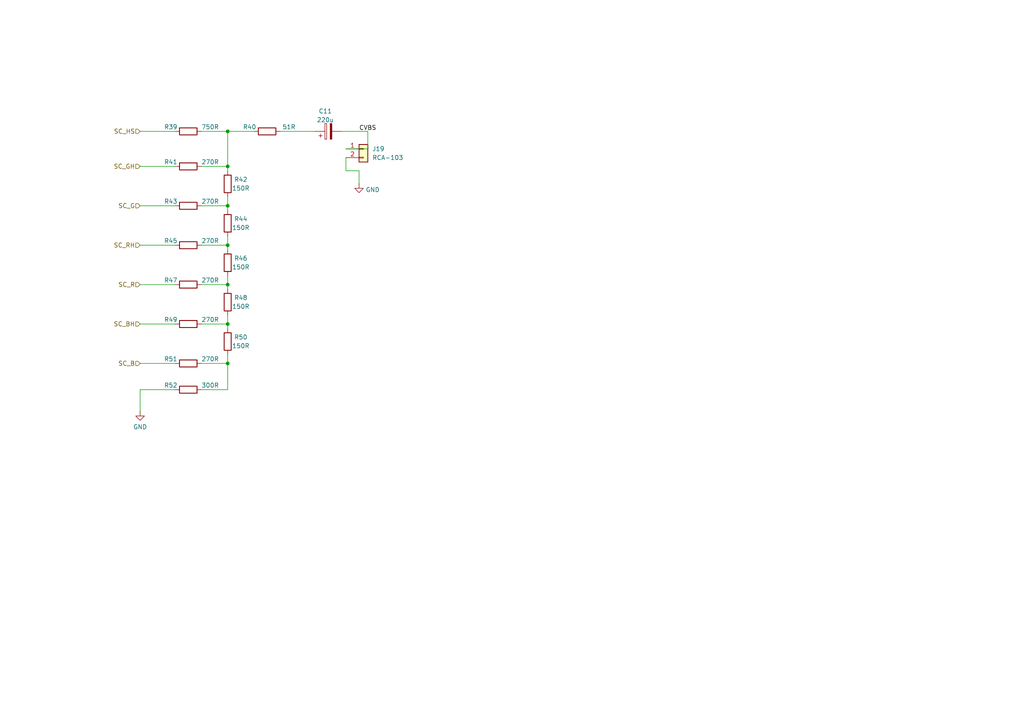
<source format=kicad_sch>
(kicad_sch (version 20250114) (generator "eeschema") (generator_version "9.0")
  (paper "A4")
  (title_block (title "TurboFRANK") (date "2025-04-04") (rev "1.05") (company "Mikhail Matveev") (comment 1 "https://github.com/xtremespb/frank"))
  (lib_symbols
    (symbol "Connector_Generic:Conn_01x02" (pin_names (offset 1.016) (hide yes))
      (property "Reference" "J" (at 0 2.54 0))
      (property "Value" "Conn_01x02" (at 0 -5.08 0))
      (symbol "Conn_01x02_1_1"
        (rectangle (start -1.27 1.27) (end 1.27 -3.81) (stroke (width 0.254)) (fill (type background)))
        (rectangle (start -1.27 0.127) (end 0 -0.127) (stroke (width 0.1524)))
        (rectangle (start -1.27 -2.413) (end 0 -2.667) (stroke (width 0.1524)))
        (pin passive line (at -5.08 0 0) (length 3.81) (name "Pin_1") (number "1"))
        (pin passive line (at -5.08 -2.54 0) (length 3.81) (name "Pin_2") (number "2"))
      )
    )
    (symbol "Device:C_Polarized" (pin_numbers (hide yes)) (pin_names (offset 0.254))
      (property "Reference" "C" (at 0.635 2.54 0))
      (property "Value" "C_Polarized" (at 0.635 -2.54 0))
      (symbol "C_Polarized_0_1"
        (rectangle (start -2.286 0.508) (end 2.286 1.016))
        (polyline (pts (xy -1.778 2.286) (xy -0.762 2.286)))
        (polyline (pts (xy -1.27 2.794) (xy -1.27 1.778)))
        (rectangle (start 2.286 -0.508) (end -2.286 -1.016) (fill (type outline)))
      )
      (symbol "C_Polarized_1_1"
        (pin passive line (at 0 3.81 270) (length 2.794) (name "~") (number "1"))
        (pin passive line (at 0 -3.81 90) (length 2.794) (name "~") (number "2"))
      )
    )
    (symbol "Device:R" (pin_numbers (hide yes)) (pin_names (offset 0))
      (property "Reference" "R" (at 2.032 0 90))
      (property "Value" "R" (at 0 0 90))
      (symbol "R_0_1"
        (rectangle (start -1.016 -2.54) (end 1.016 2.54) (stroke (width 0.254)))
      )
      (symbol "R_1_1"
        (pin passive line (at 0 3.81 270) (length 1.27) (name "~") (number "1"))
        (pin passive line (at 0 -3.81 90) (length 1.27) (name "~") (number "2"))
      )
    )
    (symbol "GND_1" (power) (pin_numbers (hide yes)) (pin_names (offset 0) (hide yes))
      (property "Value" "GND" (at 0 -3.81 0))
      (symbol "GND_1_0_1"
        (polyline (pts (xy 0 0) (xy 0 -1.27) (xy 1.27 -1.27) (xy 0 -2.54) (xy -1.27 -1.27) (xy 0 -1.27)))
      )
      (symbol "GND_1_1_1"
        (pin power_in line (at 0 0 270) (length 0) (name "~") (number "1"))
      )
    )
    (symbol "power:GND" (power) (pin_numbers (hide yes)) (pin_names (offset 0) (hide yes))
      (property "Value" "GND" (at 0 -3.81 0))
      (symbol "GND_0_1"
        (polyline (pts (xy 0 0) (xy 0 -1.27) (xy 1.27 -1.27) (xy 0 -2.54) (xy -1.27 -1.27) (xy 0 -1.27)))
      )
      (symbol "GND_1_1"
        (pin power_in line (at 0 0 270) (length 0) (name "~") (number "1"))
      )
    )
  )
  (junction (at 66.04 93.98))
  (junction (at 66.04 59.69))
  (junction (at 66.04 71.12))
  (junction (at 66.04 105.41))
  (junction (at 66.04 38.1))
  (junction (at 66.04 82.55))
  (junction (at 66.04 48.26))
  (wire (pts (xy 66.04 57.15) (xy 66.04 59.69)))
  (wire (pts (xy 66.04 91.44) (xy 66.04 93.98)))
  (wire (pts (xy 58.42 59.69) (xy 66.04 59.69)))
  (wire (pts (xy 58.42 93.98) (xy 66.04 93.98)))
  (wire (pts (xy 66.04 48.26) (xy 66.04 49.53)))
  (wire (pts (xy 58.42 82.55) (xy 66.04 82.55)))
  (wire (pts (xy 58.42 48.26) (xy 66.04 48.26)))
  (wire (pts (xy 100.33 49.53) (xy 104.14 49.53)))
  (wire (pts (xy 50.8 113.03) (xy 40.64 113.03)))
  (wire (pts (xy 40.64 93.98) (xy 50.8 93.98)))
  (wire (pts (xy 100.33 49.53) (xy 100.33 45.72)))
  (wire (pts (xy 66.04 59.69) (xy 66.04 60.96)))
  (wire (pts (xy 104.14 49.53) (xy 104.14 53.34)))
  (wire (pts (xy 106.68 38.1) (xy 99.06 38.1)))
  (wire (pts (xy 106.68 43.18) (xy 100.33 43.18)))
  (wire (pts (xy 40.64 105.41) (xy 50.8 105.41)))
  (wire (pts (xy 66.04 105.41) (xy 66.04 113.03)))
  (wire (pts (xy 66.04 102.87) (xy 66.04 105.41)))
  (wire (pts (xy 58.42 38.1) (xy 66.04 38.1)))
  (wire (pts (xy 66.04 68.58) (xy 66.04 71.12)))
  (wire (pts (xy 40.64 71.12) (xy 50.8 71.12)))
  (wire (pts (xy 40.64 113.03) (xy 40.64 119.38)))
  (wire (pts (xy 66.04 38.1) (xy 73.66 38.1)))
  (wire (pts (xy 40.64 82.55) (xy 50.8 82.55)))
  (wire (pts (xy 40.64 48.26) (xy 50.8 48.26)))
  (wire (pts (xy 66.04 113.03) (xy 58.42 113.03)))
  (wire (pts (xy 66.04 71.12) (xy 66.04 72.39)))
  (wire (pts (xy 106.68 43.18) (xy 106.68 38.1)))
  (wire (pts (xy 66.04 80.01) (xy 66.04 82.55)))
  (wire (pts (xy 81.28 38.1) (xy 91.44 38.1)))
  (wire (pts (xy 66.04 93.98) (xy 66.04 95.25)))
  (wire (pts (xy 66.04 38.1) (xy 66.04 48.26)))
  (wire (pts (xy 58.42 71.12) (xy 66.04 71.12)))
  (wire (pts (xy 58.42 105.41) (xy 66.04 105.41)))
  (wire (pts (xy 40.64 38.1) (xy 50.8 38.1)))
  (wire (pts (xy 40.64 59.69) (xy 50.8 59.69)))
  (wire (pts (xy 66.04 82.55) (xy 66.04 83.82)))
  (label "CVBS" (at 104.14 38.1 0))
  (hierarchical_label "SC_R" (shape input) (at 40.64 82.55 180))
  (hierarchical_label "SC_RH" (shape input) (at 40.64 71.12 180))
  (hierarchical_label "SC_GH" (shape input) (at 40.64 48.26 180))
  (hierarchical_label "SC_G" (shape input) (at 40.64 59.69 180))
  (hierarchical_label "SC_B" (shape input) (at 40.64 105.41 180))
  (hierarchical_label "SC_BH" (shape input) (at 40.64 93.98 180))
  (hierarchical_label "SC_HS" (shape input) (at 40.64 38.1 180))
  (symbol (lib_id "Device:R") (at 66.04 99.06 180) (unit 1)
    (property "Reference" "R50" (at 69.85 97.79 0))
    (property "Value" "150R" (at 69.85 100.33 0))
    (property "Footprint" "FRANK:Resistor (0805)" (effects (hide yes)))
    (property "Datasheet" "https://www.vishay.com/docs/28952/mcs0402at-mct0603at-mcu0805at-mca1206at.pdf" (effects (hide yes)))
    (property "AliExpress" "https://www.aliexpress.com/item/1005005945735199.html" (effects (hide yes)))
  )
  (symbol (lib_id "Device:R") (at 54.61 93.98 90) (unit 1)
    (property "Reference" "R49" (at 49.53 92.71 90))
    (property "Value" "270R" (at 60.96 92.71 90))
    (property "Footprint" "FRANK:Resistor (0805)" (effects (hide yes)))
    (property "Datasheet" "https://www.vishay.com/docs/28952/mcs0402at-mct0603at-mcu0805at-mca1206at.pdf" (effects (hide yes)))
    (property "AliExpress" "https://www.aliexpress.com/item/1005005945735199.html" (effects (hide yes)))
  )
  (symbol (lib_name "GND_1") (lib_id "power:GND") (at 104.14 53.34 0) (unit 1)
    (property "Reference" "#PWR071" (effects (hide yes)))
    (property "Value" "GND" (at 106.045 55.0438 0) (effects (justify left)))
    (property "Description" "Power symbol creates a global label with name \"GND\" , ground" (effects (hide yes)))
  )
  (symbol (lib_id "Device:R") (at 54.61 71.12 90) (unit 1)
    (property "Reference" "R45" (at 49.53 69.85 90))
    (property "Value" "270R" (at 60.96 69.85 90))
    (property "Footprint" "FRANK:Resistor (0805)" (effects (hide yes)))
    (property "Datasheet" "https://www.vishay.com/docs/28952/mcs0402at-mct0603at-mcu0805at-mca1206at.pdf" (effects (hide yes)))
    (property "AliExpress" "https://www.aliexpress.com/item/1005005945735199.html" (effects (hide yes)))
  )
  (symbol (lib_id "Device:R") (at 54.61 48.26 90) (unit 1)
    (property "Reference" "R41" (at 49.53 46.99 90))
    (property "Value" "270R" (at 60.96 46.99 90))
    (property "Footprint" "FRANK:Resistor (0805)" (effects (hide yes)))
    (property "Datasheet" "https://www.vishay.com/docs/28952/mcs0402at-mct0603at-mcu0805at-mca1206at.pdf" (effects (hide yes)))
    (property "AliExpress" "https://www.aliexpress.com/item/1005005945735199.html" (effects (hide yes)))
  )
  (symbol (lib_id "Device:R") (at 54.61 38.1 90) (unit 1)
    (property "Reference" "R39" (at 49.53 36.83 90))
    (property "Value" "750R" (at 60.96 36.83 90))
    (property "Footprint" "FRANK:Resistor (0805)" (effects (hide yes)))
    (property "Datasheet" "https://www.vishay.com/docs/28952/mcs0402at-mct0603at-mcu0805at-mca1206at.pdf" (effects (hide yes)))
    (property "AliExpress" "https://www.aliexpress.com/item/1005005945735199.html" (effects (hide yes)))
  )
  (symbol (lib_id "Device:R") (at 66.04 76.2 180) (unit 1)
    (property "Reference" "R46" (at 69.85 74.93 0))
    (property "Value" "150R" (at 69.85 77.47 0))
    (property "Footprint" "FRANK:Resistor (0805)" (effects (hide yes)))
    (property "Datasheet" "https://www.vishay.com/docs/28952/mcs0402at-mct0603at-mcu0805at-mca1206at.pdf" (effects (hide yes)))
    (property "AliExpress" "https://www.aliexpress.com/item/1005005945735199.html" (effects (hide yes)))
  )
  (symbol (lib_id "Device:R") (at 54.61 113.03 90) (unit 1)
    (property "Reference" "R52" (at 49.53 111.76 90))
    (property "Value" "300R" (at 60.96 111.76 90))
    (property "Footprint" "FRANK:Resistor (0805)" (effects (hide yes)))
    (property "Datasheet" "https://www.vishay.com/docs/28952/mcs0402at-mct0603at-mcu0805at-mca1206at.pdf" (effects (hide yes)))
    (property "AliExpress" "https://www.aliexpress.com/item/1005005945735199.html" (effects (hide yes)))
  )
  (symbol (lib_id "Device:C_Polarized") (at 95.25 38.1 90) (unit 1)
    (property "Reference" "C11" (at 94.361 32.2412 90))
    (property "Value" "220u" (at 94.361 34.7781 90))
    (property "Footprint" "FRANK:Capacitor (3528, tantalum, polar)" (effects (hide yes)))
    (property "Datasheet" "https://eu.mouser.com/datasheet/2/447/KEM_T2005_T491-3316937.pdf" (effects (hide yes)))
    (property "AliExpress" "https://www.aliexpress.com/item/1005006870280809.html" (effects (hide yes)))
  )
  (symbol (lib_id "Device:R") (at 54.61 59.69 90) (unit 1)
    (property "Reference" "R43" (at 49.53 58.42 90))
    (property "Value" "270R" (at 60.96 58.42 90))
    (property "Footprint" "FRANK:Resistor (0805)" (effects (hide yes)))
    (property "Datasheet" "https://www.vishay.com/docs/28952/mcs0402at-mct0603at-mcu0805at-mca1206at.pdf" (effects (hide yes)))
    (property "AliExpress" "https://www.aliexpress.com/item/1005005945735199.html" (effects (hide yes)))
  )
  (symbol (lib_id "Device:R") (at 77.47 38.1 90) (unit 1)
    (property "Reference" "R40" (at 72.39 36.83 90))
    (property "Value" "51R" (at 83.82 36.83 90))
    (property "Footprint" "FRANK:Resistor (0805)" (effects (hide yes)))
    (property "Datasheet" "https://www.vishay.com/docs/28952/mcs0402at-mct0603at-mcu0805at-mca1206at.pdf" (effects (hide yes)))
    (property "AliExpress" "https://www.aliexpress.com/item/1005005945735199.html" (effects (hide yes)))
  )
  (symbol (lib_id "Device:R") (at 54.61 82.55 90) (unit 1)
    (property "Reference" "R47" (at 49.53 81.28 90))
    (property "Value" "270R" (at 60.96 81.28 90))
    (property "Footprint" "FRANK:Resistor (0805)" (effects (hide yes)))
    (property "Datasheet" "https://www.vishay.com/docs/28952/mcs0402at-mct0603at-mcu0805at-mca1206at.pdf" (effects (hide yes)))
    (property "AliExpress" "https://www.aliexpress.com/item/1005005945735199.html" (effects (hide yes)))
  )
  (symbol (lib_id "Device:R") (at 66.04 87.63 180) (unit 1)
    (property "Reference" "R48" (at 69.85 86.36 0))
    (property "Value" "150R" (at 69.85 88.9 0))
    (property "Footprint" "FRANK:Resistor (0805)" (effects (hide yes)))
    (property "Datasheet" "https://www.vishay.com/docs/28952/mcs0402at-mct0603at-mcu0805at-mca1206at.pdf" (effects (hide yes)))
    (property "AliExpress" "https://www.aliexpress.com/item/1005005945735199.html" (effects (hide yes)))
  )
  (symbol (lib_id "Device:R") (at 54.61 105.41 90) (unit 1)
    (property "Reference" "R51" (at 49.53 104.14 90))
    (property "Value" "270R" (at 60.96 104.14 90))
    (property "Footprint" "FRANK:Resistor (0805)" (effects (hide yes)))
    (property "Datasheet" "https://www.vishay.com/docs/28952/mcs0402at-mct0603at-mcu0805at-mca1206at.pdf" (effects (hide yes)))
    (property "AliExpress" "https://www.aliexpress.com/item/1005005945735199.html" (effects (hide yes)))
  )
  (symbol (lib_id "Connector_Generic:Conn_01x02") (at 105.41 43.18 0) (unit 1)
    (property "Reference" "J19" (at 107.95 43.1799 0) (effects (justify left)))
    (property "Value" "RCA-103" (at 107.95 45.7199 0) (effects (justify left)))
    (property "Footprint" "FRANK:RCA" (effects (hide yes)))
    (property "Datasheet" "http://www.kosmodrom.com.ua/pdf/RCA-103.pdf" (effects (hide yes)))
    (property "AliExpress" "https://www.aliexpress.com/item/1005006152724809.html" (effects (hide yes)))
  )
  (symbol (lib_id "Device:R") (at 66.04 53.34 180) (unit 1)
    (property "Reference" "R42" (at 69.85 52.07 0))
    (property "Value" "150R" (at 69.85 54.61 0))
    (property "Footprint" "FRANK:Resistor (0805)" (effects (hide yes)))
    (property "Datasheet" "https://www.vishay.com/docs/28952/mcs0402at-mct0603at-mcu0805at-mca1206at.pdf" (effects (hide yes)))
    (property "AliExpress" "https://www.aliexpress.com/item/1005005945735199.html" (effects (hide yes)))
  )
  (symbol (lib_id "Device:R") (at 66.04 64.77 180) (unit 1)
    (property "Reference" "R44" (at 69.85 63.5 0))
    (property "Value" "150R" (at 69.85 66.04 0))
    (property "Footprint" "FRANK:Resistor (0805)" (effects (hide yes)))
    (property "Datasheet" "https://www.vishay.com/docs/28952/mcs0402at-mct0603at-mcu0805at-mca1206at.pdf" (effects (hide yes)))
    (property "AliExpress" "https://www.aliexpress.com/item/1005005945735199.html" (effects (hide yes)))
  )
  (symbol (lib_id "power:GND") (at 40.64 119.38 0) (unit 1)
    (property "Reference" "#PWR072" (effects (hide yes)))
    (property "Value" "GND" (at 40.64 123.8234 0))
    (property "Description" "Power symbol creates a global label with name \"GND\" , ground" (effects (hide yes)))
  )
)
</source>
